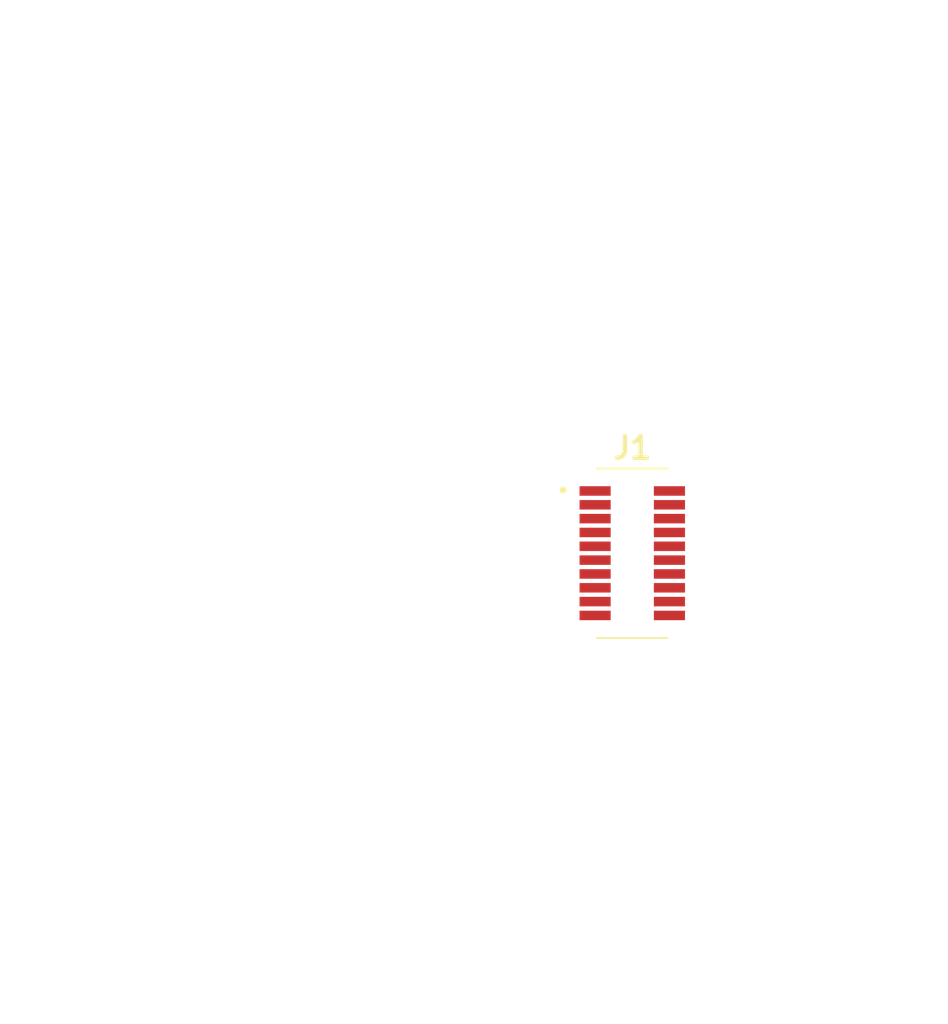
<source format=kicad_pcb>
(kicad_pcb (version 20221018) (generator pcbnew)
  (layers (0 "F.Cu" signal) (31 "B.Cu" signal) (34 "B.Paste" user) (35 "F.Paste" user) (36 "B.SilkS" user "B.Silkscreen") (37 "F.SilkS" user "F.Silkscreen") (38 "B.Mask" user) (39 "F.Mask" user) (44 "Edge.Cuts" user))
  (net 0 "")
  (net 1 "/SPI2_MOSI")
  (net 2 "+3.3V")
  (net 3 "/SPI2_MISO")
  (net 4 "GND")
  (net 5 "/SPI2_SCK")
  (net 6 "/I2C2_SDA")
  (net 7 "/SPI2_NSS")
  (net 8 "/I2C2_SCL")
  (net 9 "VDDA")
  (net 10 "GNDA")
  (net 11 "/SPI1_SCK")
  (net 12 "/I2C1_SCL")
  (net 13 "/SPI1_MISO")
  (net 14 "/I2C1_SDA")
  (net 15 "/SPI1_MOSI")
  (net 16 "/SPI1_NSS")
  (net 17 "/5V_Ext")
  (net 18 "GNDPWR")
  (footprint "UTSVT_Connectors:Molex_53307-2071" (layer "F.Cu") (at 166.5 91 90)
    (fp_text reference "J1" (at 6.1 0 180) (layer "F.SilkS") (effects (font (size 1.27 1.27) (thickness 0.254))))
    (fp_text value "Conn_02x10_Odd_Even" hide)
    (fp_line (start -4.9 -2.05) (end -4.9 2.05) (stroke (width 0.1)) (layer "F.SilkS"))
    (fp_line (start 3.6 -4) (end 3.6 -4) (stroke (width 0.3)) (layer "F.SilkS"))
    (fp_line (start 3.7 -4) (end 3.7 -4) (stroke (width 0.3)) (layer "F.SilkS"))
    (fp_line (start 4.9 -2.05) (end 4.9 2.05) (stroke (width 0.1)) (layer "F.SilkS"))
    (fp_arc (start 3.6 -4) (mid 3.65 -4.05) (end 3.7 -4) (stroke (width 0.3)) (layer "F.SilkS"))
    (fp_arc (start 3.7 -4) (mid 3.65 -3.95) (end 3.6 -4) (stroke (width 0.3)) (layer "F.SilkS"))
    (pad "1" smd rect locked (at 3.6 -2.15 90) (size 0.55 1.8) (layers "F.Cu" "F.Paste" "F.Mask") (net 1 "/SPI2_MOSI"))
    (pad "2" smd rect locked (at 3.6 2.15 90) (size 0.55 1.8) (layers "F.Cu" "F.Paste" "F.Mask") (net 2 "+3.3V"))
    (pad "3" smd rect locked (at 2.8 -2.15 90) (size 0.55 1.8) (layers "F.Cu" "F.Paste" "F.Mask") (net 3 "/SPI2_MISO"))
    (pad "4" smd rect locked (at 2.8 2.15 90) (size 0.55 1.8) (layers "F.Cu" "F.Paste" "F.Mask") (net 4 "GND"))
    (pad "5" smd rect locked (at 2 -2.15 90) (size 0.55 1.8) (layers "F.Cu" "F.Paste" "F.Mask") (net 5 "/SPI2_SCK"))
    (pad "6" smd rect locked (at 2 2.15 90) (size 0.55 1.8) (layers "F.Cu" "F.Paste" "F.Mask") (net 6 "/I2C2_SDA"))
    (pad "7" smd rect locked (at 1.2 -2.15 90) (size 0.55 1.8) (layers "F.Cu" "F.Paste" "F.Mask") (net 7 "/SPI2_NSS"))
    (pad "8" smd rect locked (at 1.2 2.15 90) (size 0.55 1.8) (layers "F.Cu" "F.Paste" "F.Mask") (net 8 "/I2C2_SCL"))
    (pad "9" smd rect locked (at 0.4 -2.15 90) (size 0.55 1.8) (layers "F.Cu" "F.Paste" "F.Mask") (net 2 "+3.3V"))
    (pad "10" smd rect locked (at 0.4 2.15 90) (size 0.55 1.8) (layers "F.Cu" "F.Paste" "F.Mask") (net 9 "VDDA"))
    (pad "11" smd rect locked (at -0.4 -2.15 90) (size 0.55 1.8) (layers "F.Cu" "F.Paste" "F.Mask") (net 4 "GND"))
    (pad "12" smd rect locked (at -0.4 2.15 90) (size 0.55 1.8) (layers "F.Cu" "F.Paste" "F.Mask") (net 10 "GNDA"))
    (pad "13" smd rect locked (at -1.2 -2.15 90) (size 0.55 1.8) (layers "F.Cu" "F.Paste" "F.Mask") (net 11 "/SPI1_SCK"))
    (pad "14" smd rect locked (at -1.2 2.15 90) (size 0.55 1.8) (layers "F.Cu" "F.Paste" "F.Mask") (net 12 "/I2C1_SCL"))
    (pad "15" smd rect locked (at -2 -2.15 90) (size 0.55 1.8) (layers "F.Cu" "F.Paste" "F.Mask") (net 13 "/SPI1_MISO"))
    (pad "16" smd rect locked (at -2 2.15 90) (size 0.55 1.8) (layers "F.Cu" "F.Paste" "F.Mask") (net 14 "/I2C1_SDA"))
    (pad "17" smd rect locked (at -2.8 -2.15 90) (size 0.55 1.8) (layers "F.Cu" "F.Paste" "F.Mask") (net 15 "/SPI1_MOSI"))
    (pad "18" smd rect locked (at -2.8 2.15 90) (size 0.55 1.8) (layers "F.Cu" "F.Paste" "F.Mask") (net 17 "/5V_Ext"))
    (pad "19" smd rect locked (at -3.6 -2.15 90) (size 0.55 1.8) (layers "F.Cu" "F.Paste" "F.Mask") (net 16 "/SPI1_NSS"))
    (pad "20" smd rect locked (at -3.6 2.15 90) (size 0.55 1.8) (layers "F.Cu" "F.Paste" "F.Mask") (net 18 "GNDPWR"))
  )
  (footprint "MountingHole:MountingHole_3mm" (layer "F.Cu") (at 150 112)
    (fp_text reference "MH2" hide)
    (fp_text value "M.3")
    (pad "" np_thru_hole circle locked (at 0 0) (size 3 3) (drill 3) (layers "*.Cu" "*.Mask"))
  )
  (footprint "MountingHole:MountingHole_3mm" (layer "F.Cu") (at 150 70)
    (fp_text reference "MH1" hide)
    (fp_text value "M.3")
    (pad "" np_thru_hole circle locked (at 0 0) (size 3 3) (drill 3) (layers "*.Cu" "*.Mask"))
  )
)
</source>
